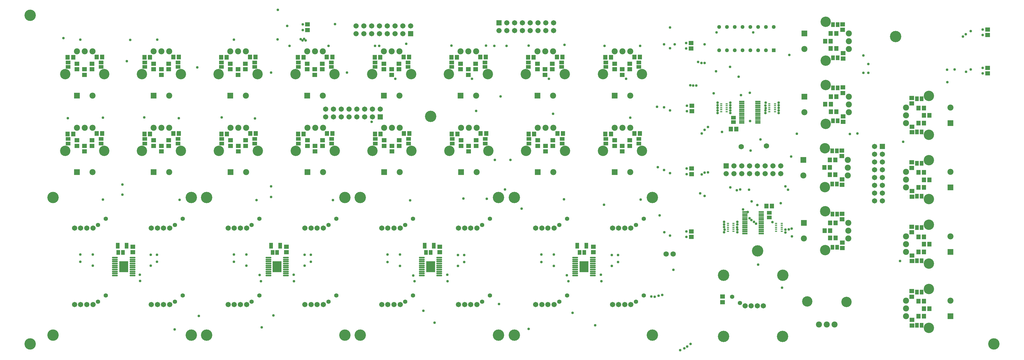
<source format=gbs>
G04 Layer_Color=16711935*
%FSLAX24Y24*%
%MOIN*%
G70*
G01*
G75*
%ADD20R,0.0510X0.0510*%
%ADD21C,0.0510*%
%ADD29R,0.0310X0.0130*%
%ADD42C,0.1330*%
%ADD43C,0.0780*%
%ADD44C,0.1458*%
%ADD45C,0.0680*%
%ADD46R,0.0671X0.0671*%
%ADD47C,0.0671*%
%ADD48R,0.0671X0.0671*%
%ADD49C,0.0552*%
%ADD50C,0.0671*%
%ADD51R,0.0780X0.0780*%
%ADD52R,0.0780X0.0780*%
%ADD53C,0.0332*%
%ADD54R,0.0631X0.0552*%
%ADD55R,0.0552X0.0631*%
%ADD56R,0.0710X0.0220*%
%ADD57R,0.0631X0.0513*%
%ADD58R,0.0454X0.0769*%
%ADD59R,0.0513X0.0631*%
%ADD60O,0.0749X0.0218*%
%ADD61R,0.1163X0.1430*%
D20*
X96567Y-5677D02*
D03*
D21*
X95567D02*
D03*
X94567D02*
D03*
X93567D02*
D03*
X92567D02*
D03*
X91567D02*
D03*
X90567D02*
D03*
X89567D02*
D03*
Y-2677D02*
D03*
X90567D02*
D03*
X91567D02*
D03*
X92567D02*
D03*
X93567D02*
D03*
X94567D02*
D03*
X95567D02*
D03*
X96567D02*
D03*
D29*
X96710Y-12578D02*
D03*
Y-12828D02*
D03*
Y-13078D02*
D03*
Y-13328D02*
D03*
Y-13578D02*
D03*
X95990D02*
D03*
Y-13328D02*
D03*
Y-13078D02*
D03*
Y-12828D02*
D03*
Y-12578D02*
D03*
X90529Y-12578D02*
D03*
Y-12828D02*
D03*
Y-13078D02*
D03*
Y-13328D02*
D03*
Y-13578D02*
D03*
X89809D02*
D03*
Y-13328D02*
D03*
Y-13078D02*
D03*
Y-12828D02*
D03*
Y-12578D02*
D03*
X96863Y-28948D02*
D03*
Y-28698D02*
D03*
Y-28448D02*
D03*
Y-28198D02*
D03*
Y-27948D02*
D03*
X97583D02*
D03*
Y-28198D02*
D03*
Y-28448D02*
D03*
Y-28698D02*
D03*
Y-28948D02*
D03*
X90682Y-28948D02*
D03*
Y-28698D02*
D03*
Y-28448D02*
D03*
Y-28198D02*
D03*
Y-27948D02*
D03*
X91402D02*
D03*
Y-28198D02*
D03*
Y-28448D02*
D03*
Y-28698D02*
D03*
Y-28948D02*
D03*
D42*
X105877Y-38045D02*
D03*
X100866Y-37992D02*
D03*
X10689Y-8767D02*
D03*
X5689D02*
D03*
X20531D02*
D03*
X15532D02*
D03*
X30374D02*
D03*
X25374D02*
D03*
X40217Y-8767D02*
D03*
X35217D02*
D03*
X50059Y-8767D02*
D03*
X45059D02*
D03*
X59902D02*
D03*
X54902D02*
D03*
X69744D02*
D03*
X64744D02*
D03*
X79656Y-8767D02*
D03*
X74656D02*
D03*
X10689Y-18609D02*
D03*
X5689D02*
D03*
X20541D02*
D03*
X15541D02*
D03*
X30394D02*
D03*
X25394D02*
D03*
X40246D02*
D03*
X35246D02*
D03*
X79656Y-18609D02*
D03*
X74656D02*
D03*
X69803Y-18609D02*
D03*
X64803D02*
D03*
X59951D02*
D03*
X54951D02*
D03*
X50098D02*
D03*
X45098D02*
D03*
X116463Y-36398D02*
D03*
Y-41398D02*
D03*
Y-28112D02*
D03*
Y-33112D02*
D03*
X116463Y-19825D02*
D03*
Y-24825D02*
D03*
Y-11539D02*
D03*
Y-16539D02*
D03*
X103162Y-31398D02*
D03*
Y-26398D02*
D03*
X103123Y-23274D02*
D03*
Y-18274D02*
D03*
X103241Y-15151D02*
D03*
Y-10151D02*
D03*
X103231Y-7028D02*
D03*
Y-2028D02*
D03*
D43*
X104366Y-40942D02*
D03*
X103366D02*
D03*
X102366D02*
D03*
X9189Y-5817D02*
D03*
X8189D02*
D03*
X7189D02*
D03*
X9189Y-11517D02*
D03*
X19031Y-5817D02*
D03*
X18032D02*
D03*
X17032D02*
D03*
X19031Y-11517D02*
D03*
X28874Y-5817D02*
D03*
X27874D02*
D03*
X26874D02*
D03*
X28874Y-11517D02*
D03*
X38717Y-5817D02*
D03*
X37717D02*
D03*
X36717D02*
D03*
X38717Y-11517D02*
D03*
X48559Y-5817D02*
D03*
X47559D02*
D03*
X46559D02*
D03*
X48559Y-11517D02*
D03*
X58402Y-5817D02*
D03*
X57402D02*
D03*
X56402D02*
D03*
X58402Y-11517D02*
D03*
X68244Y-5817D02*
D03*
X67244D02*
D03*
X66244D02*
D03*
X68244Y-11517D02*
D03*
X78156Y-5817D02*
D03*
X77156D02*
D03*
X76156D02*
D03*
X78156Y-11517D02*
D03*
X9189Y-15659D02*
D03*
X8189D02*
D03*
X7189D02*
D03*
X9189Y-21359D02*
D03*
X19041Y-15659D02*
D03*
X18041D02*
D03*
X17041D02*
D03*
X19041Y-21359D02*
D03*
X28894Y-15659D02*
D03*
X27894D02*
D03*
X26894D02*
D03*
X28894Y-21359D02*
D03*
X38746Y-15659D02*
D03*
X37746D02*
D03*
X36746D02*
D03*
X38746Y-21359D02*
D03*
X78156Y-15659D02*
D03*
X77156D02*
D03*
X76156D02*
D03*
X78156Y-21359D02*
D03*
X68303Y-15659D02*
D03*
X67303D02*
D03*
X66303D02*
D03*
X68303Y-21359D02*
D03*
X58451Y-15659D02*
D03*
X57451D02*
D03*
X56451D02*
D03*
X58451Y-21359D02*
D03*
X48598Y-15659D02*
D03*
X47598D02*
D03*
X46598D02*
D03*
X48598Y-21359D02*
D03*
X113513Y-37898D02*
D03*
Y-38898D02*
D03*
Y-39898D02*
D03*
X119213Y-37898D02*
D03*
X113513Y-29612D02*
D03*
Y-30612D02*
D03*
Y-31612D02*
D03*
X119213Y-29612D02*
D03*
X113513Y-21325D02*
D03*
Y-22325D02*
D03*
Y-23325D02*
D03*
X119213Y-21325D02*
D03*
X113513Y-13039D02*
D03*
Y-14039D02*
D03*
Y-15039D02*
D03*
X119213Y-13039D02*
D03*
X106112Y-29898D02*
D03*
Y-28898D02*
D03*
Y-27898D02*
D03*
X100412Y-29898D02*
D03*
X106073Y-21774D02*
D03*
Y-20774D02*
D03*
Y-19774D02*
D03*
X100373Y-21774D02*
D03*
X106191Y-13651D02*
D03*
Y-12651D02*
D03*
Y-11651D02*
D03*
X100491Y-13651D02*
D03*
X106181Y-5528D02*
D03*
Y-4528D02*
D03*
Y-3528D02*
D03*
X100481Y-5528D02*
D03*
D44*
X94488Y-31496D02*
D03*
X52559Y-14173D02*
D03*
X90123Y-34625D02*
D03*
X97686Y-42475D02*
D03*
X97736Y-34625D02*
D03*
X90123Y-42475D02*
D03*
X43528Y-42334D02*
D03*
Y-24618D02*
D03*
X61244D02*
D03*
Y-42334D02*
D03*
X41544D02*
D03*
Y-24618D02*
D03*
X23828D02*
D03*
Y-42334D02*
D03*
X80994D02*
D03*
Y-24618D02*
D03*
X63277D02*
D03*
Y-42334D02*
D03*
X1181Y-43465D02*
D03*
X4128Y-42334D02*
D03*
Y-24618D02*
D03*
X21844D02*
D03*
Y-42334D02*
D03*
X1181Y-1181D02*
D03*
X112205Y-3937D02*
D03*
X124803Y-43465D02*
D03*
D45*
X83662Y-31890D02*
D03*
X82756D02*
D03*
X95630Y-17992D02*
D03*
X92402Y-18071D02*
D03*
D46*
X61339Y-2165D02*
D03*
X90453Y-20541D02*
D03*
X46102Y-14252D02*
D03*
X50000Y-3543D02*
D03*
D47*
X61339Y-3165D02*
D03*
X62339Y-2165D02*
D03*
Y-3165D02*
D03*
X63339Y-2165D02*
D03*
Y-3165D02*
D03*
X64339Y-2165D02*
D03*
Y-3165D02*
D03*
X65339Y-2165D02*
D03*
Y-3165D02*
D03*
X66339Y-2165D02*
D03*
Y-3165D02*
D03*
X67339Y-2165D02*
D03*
Y-3165D02*
D03*
X68339Y-2165D02*
D03*
Y-3165D02*
D03*
X90453Y-21541D02*
D03*
X91453Y-20541D02*
D03*
Y-21541D02*
D03*
X92453Y-20541D02*
D03*
Y-21541D02*
D03*
X93453Y-20541D02*
D03*
Y-21541D02*
D03*
X94453Y-20541D02*
D03*
Y-21541D02*
D03*
X95453Y-20541D02*
D03*
Y-21541D02*
D03*
X96453Y-20541D02*
D03*
Y-21541D02*
D03*
X97453Y-20541D02*
D03*
Y-21541D02*
D03*
X46102Y-13252D02*
D03*
X45102Y-14252D02*
D03*
Y-13252D02*
D03*
X44102Y-14252D02*
D03*
Y-13252D02*
D03*
X43102Y-14252D02*
D03*
Y-13252D02*
D03*
X42102Y-14252D02*
D03*
Y-13252D02*
D03*
X41102Y-14252D02*
D03*
Y-13252D02*
D03*
X40102Y-14252D02*
D03*
Y-13252D02*
D03*
X39102Y-14252D02*
D03*
Y-13252D02*
D03*
X109502Y-18051D02*
D03*
X110502Y-19051D02*
D03*
X109502D02*
D03*
X110502Y-20051D02*
D03*
X109502D02*
D03*
X110502Y-21051D02*
D03*
X109502D02*
D03*
X110502Y-22051D02*
D03*
X109502D02*
D03*
X110502Y-23051D02*
D03*
X109502D02*
D03*
X110502Y-24051D02*
D03*
X109502D02*
D03*
X110502Y-25051D02*
D03*
X109502D02*
D03*
X50000Y-2543D02*
D03*
X49000Y-3543D02*
D03*
Y-2543D02*
D03*
X48000Y-3543D02*
D03*
Y-2543D02*
D03*
X47000Y-3543D02*
D03*
Y-2543D02*
D03*
X46000Y-3543D02*
D03*
Y-2543D02*
D03*
X45000Y-3543D02*
D03*
Y-2543D02*
D03*
X44000Y-3543D02*
D03*
Y-2543D02*
D03*
X43000Y-3543D02*
D03*
Y-2543D02*
D03*
D48*
X110502Y-18051D02*
D03*
D49*
X91221Y-37376D02*
D03*
X92221Y-38176D02*
D03*
X50304Y-37211D02*
D03*
X49304Y-38011D02*
D03*
X60147Y-37211D02*
D03*
X59147Y-38011D02*
D03*
X50304Y-27369D02*
D03*
X49304Y-28169D02*
D03*
X60147Y-27369D02*
D03*
X59147Y-28169D02*
D03*
X39447D02*
D03*
X40447Y-27369D02*
D03*
X29604Y-28169D02*
D03*
X30604Y-27369D02*
D03*
X39447Y-38011D02*
D03*
X40447Y-37211D02*
D03*
X29604Y-38011D02*
D03*
X30604Y-37211D02*
D03*
X78896Y-28169D02*
D03*
X79896Y-27369D02*
D03*
X69054Y-28169D02*
D03*
X70054Y-27369D02*
D03*
X78896Y-38011D02*
D03*
X79896Y-37211D02*
D03*
X69054Y-38011D02*
D03*
X70054Y-37211D02*
D03*
X10904D02*
D03*
X9904Y-38011D02*
D03*
X20747Y-37211D02*
D03*
X19747Y-38011D02*
D03*
X10904Y-27369D02*
D03*
X9904Y-28169D02*
D03*
X20747Y-27369D02*
D03*
X19747Y-28169D02*
D03*
D50*
X92879Y-38562D02*
D03*
X95241D02*
D03*
X94454D02*
D03*
X93667D02*
D03*
X48646Y-38397D02*
D03*
X46284D02*
D03*
X47071D02*
D03*
X47859D02*
D03*
X58489D02*
D03*
X56126D02*
D03*
X56914D02*
D03*
X57701D02*
D03*
X48646Y-28555D02*
D03*
X46284D02*
D03*
X47071D02*
D03*
X47859D02*
D03*
X58489D02*
D03*
X56126D02*
D03*
X56914D02*
D03*
X57701D02*
D03*
X38001D02*
D03*
X37214D02*
D03*
X36426D02*
D03*
X38789D02*
D03*
X28159D02*
D03*
X27371D02*
D03*
X26584D02*
D03*
X28946D02*
D03*
X38001Y-38397D02*
D03*
X37214D02*
D03*
X36426D02*
D03*
X38789D02*
D03*
X28159D02*
D03*
X27371D02*
D03*
X26584D02*
D03*
X28946D02*
D03*
X77450Y-28555D02*
D03*
X76663D02*
D03*
X75876D02*
D03*
X78238D02*
D03*
X67608D02*
D03*
X66820D02*
D03*
X66033D02*
D03*
X68395D02*
D03*
X77450Y-38397D02*
D03*
X76663D02*
D03*
X75876D02*
D03*
X78238D02*
D03*
X67608D02*
D03*
X66820D02*
D03*
X66033D02*
D03*
X68395D02*
D03*
X9246D02*
D03*
X6884D02*
D03*
X7671D02*
D03*
X8459D02*
D03*
X19089D02*
D03*
X16726D02*
D03*
X17514D02*
D03*
X18301D02*
D03*
X9246Y-28555D02*
D03*
X6884D02*
D03*
X7671D02*
D03*
X8459D02*
D03*
X19089D02*
D03*
X16726D02*
D03*
X17514D02*
D03*
X18301D02*
D03*
D51*
X7189Y-11517D02*
D03*
X17032D02*
D03*
X26874D02*
D03*
X36717Y-11517D02*
D03*
X46559Y-11517D02*
D03*
X56402D02*
D03*
X66244D02*
D03*
X76156Y-11517D02*
D03*
X7189Y-21359D02*
D03*
X17041D02*
D03*
X26894D02*
D03*
X36746D02*
D03*
X76156Y-21359D02*
D03*
X66303Y-21359D02*
D03*
X56451D02*
D03*
X46598D02*
D03*
D52*
X119213Y-39898D02*
D03*
Y-31612D02*
D03*
X119213Y-23325D02*
D03*
Y-15039D02*
D03*
X100412Y-27898D02*
D03*
X100373Y-19774D02*
D03*
X100491Y-11651D02*
D03*
X100481Y-3528D02*
D03*
D53*
X95497Y-12776D02*
D03*
X95516Y-12432D02*
D03*
X95535Y-13111D02*
D03*
X95502Y-13435D02*
D03*
Y-13770D02*
D03*
X97200Y-12422D02*
D03*
X90978Y-12426D02*
D03*
X88865Y-11214D02*
D03*
X90945Y-7835D02*
D03*
X86850Y-7185D02*
D03*
X90256Y-28739D02*
D03*
X90197Y-29094D02*
D03*
X91875Y-29075D02*
D03*
X91858Y-28446D02*
D03*
X91890Y-28760D02*
D03*
X85394Y-20902D02*
D03*
X92638Y-26142D02*
D03*
X94449Y-25591D02*
D03*
X93740Y-25118D02*
D03*
X93386Y-23622D02*
D03*
X94843Y-17165D02*
D03*
X93583Y-18583D02*
D03*
X5472Y-4134D02*
D03*
X83678Y-33937D02*
D03*
X118819Y-9803D02*
D03*
X62087Y-23583D02*
D03*
X74803Y-25551D02*
D03*
X30886Y-41319D02*
D03*
X32402Y-39803D02*
D03*
X22835Y-39843D02*
D03*
X19724Y-41575D02*
D03*
X112759Y-32793D02*
D03*
X113150Y-17441D02*
D03*
X107283Y-16378D02*
D03*
X106339Y-16457D02*
D03*
X108701Y-8583D02*
D03*
Y-7441D02*
D03*
X108071Y-8583D02*
D03*
Y-6339D02*
D03*
X97195Y-13435D02*
D03*
Y-13100D02*
D03*
X121220Y-8465D02*
D03*
X87283Y-7323D02*
D03*
X87677D02*
D03*
X86614Y-10236D02*
D03*
X86220D02*
D03*
X85866Y-10197D02*
D03*
X87323Y-16378D02*
D03*
X87677Y-15906D02*
D03*
X88110Y-15551D02*
D03*
X87677Y-21417D02*
D03*
X88110Y-21378D02*
D03*
X87323Y-21654D02*
D03*
X64213Y-26063D02*
D03*
X56772Y-24764D02*
D03*
X14016Y-4370D02*
D03*
X13032Y-22953D02*
D03*
Y-24252D02*
D03*
X32913Y-4291D02*
D03*
X32096Y-23179D02*
D03*
Y-24557D02*
D03*
X99528Y-16417D02*
D03*
X97195Y-12766D02*
D03*
X98543Y-6299D02*
D03*
X97638Y-36220D02*
D03*
X94567Y-33268D02*
D03*
X98071Y-23189D02*
D03*
X98386Y-23622D02*
D03*
X98780Y-19370D02*
D03*
X81929Y-26929D02*
D03*
X90984Y-23307D02*
D03*
X119764Y-8150D02*
D03*
X121811Y-8150D02*
D03*
Y-3219D02*
D03*
X120827Y-3937D02*
D03*
X118780Y-8189D02*
D03*
X121191Y-3613D02*
D03*
X62795Y-19803D02*
D03*
X60787D02*
D03*
X81575Y-12953D02*
D03*
X81693Y-20709D02*
D03*
X83268Y-13425D02*
D03*
Y-21496D02*
D03*
X83268Y-29528D02*
D03*
X82520Y-29094D02*
D03*
X92362Y-11457D02*
D03*
X89173Y-8386D02*
D03*
X93937Y-3386D02*
D03*
X89213D02*
D03*
X89342Y-12428D02*
D03*
Y-12763D02*
D03*
Y-13767D02*
D03*
Y-13432D02*
D03*
X92047Y-9094D02*
D03*
X93504Y-11142D02*
D03*
X82483Y-21099D02*
D03*
X82487Y-13025D02*
D03*
X87677Y-4921D02*
D03*
X85354Y-29685D02*
D03*
Y-28976D02*
D03*
X85394Y-21611D02*
D03*
X85423Y-13537D02*
D03*
Y-12828D02*
D03*
X93465Y-27283D02*
D03*
X82244Y-37165D02*
D03*
X90197Y-28425D02*
D03*
Y-28091D02*
D03*
Y-27756D02*
D03*
X81801Y-37244D02*
D03*
X80866Y-37362D02*
D03*
X87677Y-24409D02*
D03*
X87126Y-24094D02*
D03*
X91890Y-28091D02*
D03*
Y-27756D02*
D03*
X85906Y-43465D02*
D03*
X85472Y-43780D02*
D03*
X85079Y-44016D02*
D03*
X84567Y-44252D02*
D03*
X53071Y-40709D02*
D03*
X65118Y-41535D02*
D03*
X51614Y-39173D02*
D03*
X81299Y-37402D02*
D03*
X73661Y-41063D02*
D03*
X70748Y-39449D02*
D03*
X96396Y-27779D02*
D03*
X94291Y-27992D02*
D03*
X94016Y-27756D02*
D03*
X93701Y-27520D02*
D03*
X93239Y-26499D02*
D03*
X79488Y-24882D02*
D03*
X69646Y-24843D02*
D03*
X59764Y-24803D02*
D03*
X49921Y-25000D02*
D03*
X40039Y-24961D02*
D03*
X30236D02*
D03*
X20354Y-24921D02*
D03*
X10512Y-24882D02*
D03*
X72010Y-33074D02*
D03*
X72443Y-33507D02*
D03*
X72010Y-33940D02*
D03*
Y-33507D02*
D03*
X72443Y-33074D02*
D03*
Y-33940D02*
D03*
X33087Y-33074D02*
D03*
X32654D02*
D03*
X33087Y-33940D02*
D03*
X32654D02*
D03*
Y-33507D02*
D03*
X33087D02*
D03*
X13409Y-33074D02*
D03*
Y-33507D02*
D03*
Y-33940D02*
D03*
X12976D02*
D03*
Y-33507D02*
D03*
Y-33074D02*
D03*
X52765Y-33940D02*
D03*
X52332D02*
D03*
X52765Y-33074D02*
D03*
X52332Y-33507D02*
D03*
Y-33074D02*
D03*
X52765Y-33507D02*
D03*
X123346Y-3022D02*
D03*
X123346Y-7944D02*
D03*
X85315Y-4754D02*
D03*
X75804Y-33411D02*
D03*
Y-32011D02*
D03*
X56074D02*
D03*
Y-33411D02*
D03*
X36384Y-33401D02*
D03*
Y-32001D02*
D03*
X16674D02*
D03*
Y-33401D02*
D03*
X76604Y-32011D02*
D03*
Y-32911D02*
D03*
X66754Y-31961D02*
D03*
Y-32911D02*
D03*
X56874Y-32011D02*
D03*
Y-32911D02*
D03*
X47024Y-31961D02*
D03*
Y-32911D02*
D03*
X37184Y-32001D02*
D03*
Y-32901D02*
D03*
X27334Y-31951D02*
D03*
Y-32901D02*
D03*
X17474Y-32001D02*
D03*
Y-32901D02*
D03*
X7624Y-31951D02*
D03*
Y-32901D02*
D03*
X74404Y-34564D02*
D03*
X68354Y-31961D02*
D03*
Y-33411D02*
D03*
X48624Y-31961D02*
D03*
Y-33411D02*
D03*
X28934Y-31951D02*
D03*
Y-33401D02*
D03*
X9224Y-31951D02*
D03*
Y-33401D02*
D03*
X70214Y-35371D02*
D03*
X54724D02*
D03*
X35034D02*
D03*
X30804D02*
D03*
X15284Y-35351D02*
D03*
X36142Y-3071D02*
D03*
X85315Y-5463D02*
D03*
X123346Y-3731D02*
D03*
X123346Y-8652D02*
D03*
X70034Y-34611D02*
D03*
X54684Y-34564D02*
D03*
X50314Y-34651D02*
D03*
X34994Y-34564D02*
D03*
X30634Y-34601D02*
D03*
X15244Y-34544D02*
D03*
X74444Y-35371D02*
D03*
X61314Y-38321D02*
D03*
X36142Y-2363D02*
D03*
X79409Y-5118D02*
D03*
X74843D02*
D03*
X69724Y-5000D02*
D03*
X65118Y-5079D02*
D03*
X59646D02*
D03*
X55236Y-5079D02*
D03*
X45433Y-5118D02*
D03*
X49409Y-4843D02*
D03*
X35896Y-4252D02*
D03*
X40295Y-2323D02*
D03*
X6024Y-14409D02*
D03*
X10512Y-14370D02*
D03*
X15827Y-14331D02*
D03*
X20256Y-14429D02*
D03*
X25748Y-14331D02*
D03*
X30039Y-14449D02*
D03*
X27323Y-4331D02*
D03*
X48032Y-9370D02*
D03*
X57874D02*
D03*
X67717D02*
D03*
X77628Y-9370D02*
D03*
X45000Y-14882D02*
D03*
X17480Y-4331D02*
D03*
X7638D02*
D03*
X61516Y-11614D02*
D03*
X89342Y-13097D02*
D03*
X93514Y-14774D02*
D03*
X97195Y-13770D02*
D03*
X90996Y-13747D02*
D03*
X89941Y-16171D02*
D03*
X13583Y-7087D02*
D03*
X90996Y-13412D02*
D03*
X22638Y-7874D02*
D03*
X90996Y-13078D02*
D03*
X32087Y-8563D02*
D03*
X90996Y-12743D02*
D03*
X41831Y-8563D02*
D03*
X58402Y-13484D02*
D03*
X68244Y-13843D02*
D03*
X78150Y-14370D02*
D03*
X36122Y-4429D02*
D03*
X36319Y-4232D02*
D03*
X36516Y-4429D02*
D03*
X83268Y-2756D02*
D03*
Y-5413D02*
D03*
X32972Y-492D02*
D03*
X34154Y-2559D02*
D03*
X34449Y-5118D02*
D03*
X39469D02*
D03*
X45965D02*
D03*
X60728D02*
D03*
X62303D02*
D03*
X82480Y-4921D02*
D03*
X83858D02*
D03*
X97451Y-25354D02*
D03*
X91811Y-23701D02*
D03*
X92244Y-23583D02*
D03*
X50494Y-35371D02*
D03*
X98888Y-29606D02*
D03*
X98051Y-28742D02*
D03*
X98863Y-28604D02*
D03*
X98504Y-28730D02*
D03*
X98051Y-29114D02*
D03*
D54*
X34055Y-30945D02*
D03*
Y-31654D02*
D03*
X36772Y-3071D02*
D03*
Y-2363D02*
D03*
X14370Y-30945D02*
D03*
Y-31654D02*
D03*
X53740Y-30945D02*
D03*
Y-31654D02*
D03*
X73425Y-30945D02*
D03*
Y-31654D02*
D03*
X90000Y-38071D02*
D03*
Y-37362D02*
D03*
X7189Y-7422D02*
D03*
Y-8131D02*
D03*
X8173Y-8840D02*
D03*
Y-8131D02*
D03*
X9118Y-7422D02*
D03*
Y-8131D02*
D03*
X17032Y-7422D02*
D03*
Y-8131D02*
D03*
X18961Y-7422D02*
D03*
Y-8131D02*
D03*
X18016Y-8840D02*
D03*
Y-8131D02*
D03*
X26874Y-7422D02*
D03*
Y-8131D02*
D03*
X28803Y-7422D02*
D03*
Y-8131D02*
D03*
X27858Y-8840D02*
D03*
Y-8131D02*
D03*
X36717Y-7422D02*
D03*
Y-8131D02*
D03*
X38646Y-7422D02*
D03*
Y-8131D02*
D03*
X37701Y-8840D02*
D03*
Y-8131D02*
D03*
X46559Y-7422D02*
D03*
Y-8131D02*
D03*
X48488Y-7422D02*
D03*
Y-8131D02*
D03*
X47543Y-8840D02*
D03*
Y-8131D02*
D03*
X56402Y-7422D02*
D03*
Y-8131D02*
D03*
X58331Y-7422D02*
D03*
Y-8131D02*
D03*
X57386Y-8840D02*
D03*
Y-8131D02*
D03*
X66244Y-7422D02*
D03*
Y-8131D02*
D03*
X68173Y-7422D02*
D03*
Y-8131D02*
D03*
X67228Y-8840D02*
D03*
Y-8131D02*
D03*
X76156Y-7422D02*
D03*
Y-8131D02*
D03*
X78085Y-7422D02*
D03*
Y-8131D02*
D03*
X77140Y-8840D02*
D03*
Y-8131D02*
D03*
X7189Y-17265D02*
D03*
Y-17974D02*
D03*
X9118Y-17265D02*
D03*
Y-17974D02*
D03*
X8173Y-18682D02*
D03*
Y-17974D02*
D03*
X17041Y-17265D02*
D03*
Y-17974D02*
D03*
X18970Y-17265D02*
D03*
Y-17974D02*
D03*
X18026Y-18682D02*
D03*
Y-17974D02*
D03*
X26894Y-17265D02*
D03*
Y-17974D02*
D03*
X28823Y-17265D02*
D03*
Y-17974D02*
D03*
X27878Y-18682D02*
D03*
Y-17974D02*
D03*
X36746Y-17265D02*
D03*
Y-17974D02*
D03*
X38675Y-17265D02*
D03*
Y-17974D02*
D03*
X37730Y-18682D02*
D03*
Y-17974D02*
D03*
X76156Y-17265D02*
D03*
Y-17974D02*
D03*
X78085Y-17265D02*
D03*
Y-17974D02*
D03*
X77140Y-18682D02*
D03*
Y-17974D02*
D03*
X66303Y-17265D02*
D03*
Y-17974D02*
D03*
X68232Y-17265D02*
D03*
Y-17974D02*
D03*
X67287Y-18682D02*
D03*
Y-17974D02*
D03*
X56451Y-17265D02*
D03*
Y-17974D02*
D03*
X58380Y-17265D02*
D03*
Y-17974D02*
D03*
X57435Y-18682D02*
D03*
Y-17974D02*
D03*
X46598Y-17265D02*
D03*
Y-17974D02*
D03*
X48528Y-17265D02*
D03*
Y-17974D02*
D03*
X47583Y-18682D02*
D03*
Y-17974D02*
D03*
X114291Y-41079D02*
D03*
Y-40370D02*
D03*
X114252Y-36669D02*
D03*
Y-37378D02*
D03*
X114291Y-32793D02*
D03*
Y-32084D02*
D03*
X114252Y-28383D02*
D03*
Y-29092D02*
D03*
X114291Y-24507D02*
D03*
Y-23798D02*
D03*
X114252Y-20097D02*
D03*
Y-20806D02*
D03*
X114291Y-16220D02*
D03*
Y-15512D02*
D03*
X114252Y-11811D02*
D03*
Y-12520D02*
D03*
X105333Y-26717D02*
D03*
Y-27425D02*
D03*
X105373Y-31126D02*
D03*
Y-30417D02*
D03*
X105294Y-18593D02*
D03*
Y-19302D02*
D03*
X105333Y-23003D02*
D03*
Y-22294D02*
D03*
X105412Y-10470D02*
D03*
Y-11178D02*
D03*
X105452Y-14879D02*
D03*
Y-14171D02*
D03*
X105402Y-2346D02*
D03*
Y-3055D02*
D03*
X105442Y-6756D02*
D03*
Y-6047D02*
D03*
X85945Y-5463D02*
D03*
Y-4754D02*
D03*
X86053Y-13537D02*
D03*
Y-12828D02*
D03*
X86024Y-21611D02*
D03*
Y-20902D02*
D03*
X85984Y-29685D02*
D03*
Y-28976D02*
D03*
X123976Y-3731D02*
D03*
Y-3022D02*
D03*
X123976Y-8652D02*
D03*
Y-7944D02*
D03*
D55*
X91053Y-15817D02*
D03*
X91762D02*
D03*
X96339Y-25709D02*
D03*
X95630D02*
D03*
X6008Y-6596D02*
D03*
X6717D02*
D03*
X10417Y-6556D02*
D03*
X9709D02*
D03*
X15850Y-6596D02*
D03*
X16559D02*
D03*
X20260Y-6556D02*
D03*
X19551D02*
D03*
X25693Y-6596D02*
D03*
X26402D02*
D03*
X30102Y-6556D02*
D03*
X29394D02*
D03*
X35535Y-6596D02*
D03*
X36244D02*
D03*
X39945Y-6556D02*
D03*
X39236D02*
D03*
X45378Y-6596D02*
D03*
X46087D02*
D03*
X49787Y-6556D02*
D03*
X49079D02*
D03*
X55220Y-6596D02*
D03*
X55929D02*
D03*
X59630Y-6556D02*
D03*
X58921D02*
D03*
X65063Y-6596D02*
D03*
X65772D02*
D03*
X69472Y-6556D02*
D03*
X68764D02*
D03*
X74974Y-6596D02*
D03*
X75683D02*
D03*
X79384Y-6556D02*
D03*
X78675D02*
D03*
X6008Y-16438D02*
D03*
X6717D02*
D03*
X10417Y-16399D02*
D03*
X9709D02*
D03*
X15860Y-16438D02*
D03*
X16569D02*
D03*
X20270Y-16399D02*
D03*
X19561D02*
D03*
X25713Y-16438D02*
D03*
X26421D02*
D03*
X30122Y-16399D02*
D03*
X29413D02*
D03*
X35565Y-16438D02*
D03*
X36274D02*
D03*
X39974Y-16399D02*
D03*
X39266D02*
D03*
X74974Y-16438D02*
D03*
X75683D02*
D03*
X79384Y-16399D02*
D03*
X78675D02*
D03*
X65122Y-16438D02*
D03*
X65831D02*
D03*
X69532Y-16399D02*
D03*
X68823D02*
D03*
X55270Y-16438D02*
D03*
X55978D02*
D03*
X59679Y-16399D02*
D03*
X58970D02*
D03*
X45417Y-16438D02*
D03*
X46126D02*
D03*
X49827Y-16399D02*
D03*
X49118D02*
D03*
X115118Y-39898D02*
D03*
X115827D02*
D03*
X115118Y-37968D02*
D03*
X115827D02*
D03*
X116535Y-38913D02*
D03*
X115827D02*
D03*
X115118Y-31612D02*
D03*
X115827D02*
D03*
X115118Y-29682D02*
D03*
X115827D02*
D03*
X116535Y-30627D02*
D03*
X115827D02*
D03*
X115118Y-23325D02*
D03*
X115827D02*
D03*
X115118Y-21396D02*
D03*
X115827D02*
D03*
X116535Y-22341D02*
D03*
X115827D02*
D03*
X115118Y-15039D02*
D03*
X115827D02*
D03*
X115118Y-13110D02*
D03*
X115827D02*
D03*
X116535Y-14055D02*
D03*
X115827D02*
D03*
X104507Y-27898D02*
D03*
X103798D02*
D03*
X104507Y-29827D02*
D03*
X103798D02*
D03*
X103089Y-28882D02*
D03*
X103798D02*
D03*
X104467Y-19774D02*
D03*
X103759D02*
D03*
X104467Y-21703D02*
D03*
X103759D02*
D03*
X103050Y-20759D02*
D03*
X103759D02*
D03*
X104585Y-11651D02*
D03*
X103877D02*
D03*
X104585Y-13580D02*
D03*
X103877D02*
D03*
X103168Y-12635D02*
D03*
X103877D02*
D03*
X104576Y-3528D02*
D03*
X103867D02*
D03*
X104576Y-5457D02*
D03*
X103867D02*
D03*
X103158Y-4512D02*
D03*
X103867D02*
D03*
D56*
X92449Y-15027D02*
D03*
Y-14777D02*
D03*
Y-14527D02*
D03*
Y-14277D02*
D03*
Y-14027D02*
D03*
Y-13777D02*
D03*
Y-13527D02*
D03*
Y-13277D02*
D03*
Y-13027D02*
D03*
Y-12777D02*
D03*
Y-12527D02*
D03*
Y-12277D02*
D03*
X94539D02*
D03*
Y-12527D02*
D03*
Y-12777D02*
D03*
Y-13027D02*
D03*
Y-13277D02*
D03*
Y-13527D02*
D03*
Y-13777D02*
D03*
Y-14027D02*
D03*
Y-14277D02*
D03*
Y-14527D02*
D03*
Y-14777D02*
D03*
Y-15027D02*
D03*
X94943Y-26499D02*
D03*
Y-26749D02*
D03*
Y-26999D02*
D03*
Y-27249D02*
D03*
Y-27499D02*
D03*
Y-27749D02*
D03*
Y-27999D02*
D03*
Y-28249D02*
D03*
Y-28499D02*
D03*
Y-28749D02*
D03*
Y-28999D02*
D03*
Y-29249D02*
D03*
X92853D02*
D03*
Y-28999D02*
D03*
Y-28749D02*
D03*
Y-28499D02*
D03*
Y-28249D02*
D03*
Y-27999D02*
D03*
Y-27749D02*
D03*
Y-27499D02*
D03*
Y-27249D02*
D03*
Y-26999D02*
D03*
Y-26749D02*
D03*
Y-26499D02*
D03*
D57*
X91389Y-14338D02*
D03*
Y-14928D02*
D03*
X96002Y-27188D02*
D03*
Y-26597D02*
D03*
X10299Y-7836D02*
D03*
Y-7245D02*
D03*
X6047Y-7836D02*
D03*
Y-7245D02*
D03*
X15890Y-7836D02*
D03*
Y-7245D02*
D03*
X20142Y-7836D02*
D03*
Y-7245D02*
D03*
X25732Y-7836D02*
D03*
Y-7245D02*
D03*
X29984Y-7836D02*
D03*
Y-7245D02*
D03*
X35575Y-7836D02*
D03*
Y-7245D02*
D03*
X39827Y-7836D02*
D03*
Y-7245D02*
D03*
X45417Y-7836D02*
D03*
Y-7245D02*
D03*
X49669Y-7836D02*
D03*
Y-7245D02*
D03*
X55260Y-7836D02*
D03*
Y-7245D02*
D03*
X59512Y-7836D02*
D03*
Y-7245D02*
D03*
X65102Y-7836D02*
D03*
Y-7245D02*
D03*
X69354Y-7836D02*
D03*
Y-7245D02*
D03*
X75014Y-7836D02*
D03*
Y-7245D02*
D03*
X79266Y-7836D02*
D03*
Y-7245D02*
D03*
X6047Y-17678D02*
D03*
Y-17088D02*
D03*
X10299Y-17678D02*
D03*
Y-17088D02*
D03*
X15900Y-17678D02*
D03*
Y-17088D02*
D03*
X20152Y-17678D02*
D03*
Y-17088D02*
D03*
X25752Y-17678D02*
D03*
Y-17088D02*
D03*
X30004Y-17678D02*
D03*
Y-17088D02*
D03*
X35604Y-17678D02*
D03*
Y-17088D02*
D03*
X39856Y-17678D02*
D03*
Y-17088D02*
D03*
X75014Y-17678D02*
D03*
Y-17088D02*
D03*
X79266Y-17678D02*
D03*
Y-17088D02*
D03*
X65161Y-17678D02*
D03*
Y-17088D02*
D03*
X69413Y-17678D02*
D03*
Y-17088D02*
D03*
X55309Y-17678D02*
D03*
Y-17088D02*
D03*
X59561Y-17678D02*
D03*
Y-17088D02*
D03*
X45457Y-17678D02*
D03*
Y-17088D02*
D03*
X49709Y-17678D02*
D03*
Y-17088D02*
D03*
D58*
X71368Y-30807D02*
D03*
X72530D02*
D03*
X51782D02*
D03*
X52943D02*
D03*
X32096D02*
D03*
X33258D02*
D03*
X12411D02*
D03*
X13573D02*
D03*
D59*
X71654Y-31693D02*
D03*
X72244D02*
D03*
X51968D02*
D03*
X52559D02*
D03*
X32283D02*
D03*
X32874D02*
D03*
X12500Y-31693D02*
D03*
X13091D02*
D03*
X115532Y-41039D02*
D03*
X114941D02*
D03*
X115532Y-36787D02*
D03*
X114941D02*
D03*
X115532Y-32753D02*
D03*
X114941D02*
D03*
X115532Y-28501D02*
D03*
X114941D02*
D03*
X115532Y-24467D02*
D03*
X114941D02*
D03*
X115532Y-20215D02*
D03*
X114941D02*
D03*
X115532Y-16181D02*
D03*
X114941D02*
D03*
X115532Y-11929D02*
D03*
X114941D02*
D03*
X104093Y-26756D02*
D03*
X104684D02*
D03*
X104093Y-31008D02*
D03*
X104684D02*
D03*
X104054Y-18633D02*
D03*
X104644D02*
D03*
X104054Y-22885D02*
D03*
X104644D02*
D03*
X104172Y-10509D02*
D03*
X104763D02*
D03*
X104172Y-14761D02*
D03*
X104763D02*
D03*
X104162Y-2386D02*
D03*
X104753D02*
D03*
X104162Y-6638D02*
D03*
X104753D02*
D03*
D60*
X73348Y-32355D02*
D03*
Y-32611D02*
D03*
Y-32867D02*
D03*
Y-33123D02*
D03*
Y-33379D02*
D03*
Y-33635D02*
D03*
Y-33891D02*
D03*
Y-34146D02*
D03*
Y-34402D02*
D03*
Y-34658D02*
D03*
X71104Y-32355D02*
D03*
Y-32611D02*
D03*
Y-32867D02*
D03*
Y-33123D02*
D03*
Y-33379D02*
D03*
Y-33635D02*
D03*
Y-33891D02*
D03*
Y-34146D02*
D03*
Y-34402D02*
D03*
Y-34658D02*
D03*
X33992Y-32355D02*
D03*
Y-32611D02*
D03*
Y-32867D02*
D03*
Y-33123D02*
D03*
Y-33379D02*
D03*
Y-33635D02*
D03*
Y-33891D02*
D03*
Y-34146D02*
D03*
Y-34402D02*
D03*
Y-34658D02*
D03*
X31748Y-32355D02*
D03*
Y-32611D02*
D03*
Y-32867D02*
D03*
Y-33123D02*
D03*
Y-33379D02*
D03*
Y-33635D02*
D03*
Y-33891D02*
D03*
Y-34146D02*
D03*
Y-34402D02*
D03*
Y-34658D02*
D03*
X14314Y-32355D02*
D03*
Y-32611D02*
D03*
Y-32867D02*
D03*
Y-33123D02*
D03*
Y-33379D02*
D03*
Y-33635D02*
D03*
Y-33891D02*
D03*
Y-34146D02*
D03*
Y-34402D02*
D03*
Y-34658D02*
D03*
X12070Y-32355D02*
D03*
Y-32611D02*
D03*
Y-32867D02*
D03*
Y-33123D02*
D03*
Y-33379D02*
D03*
Y-33635D02*
D03*
Y-33891D02*
D03*
Y-34146D02*
D03*
Y-34402D02*
D03*
Y-34658D02*
D03*
X53670Y-32355D02*
D03*
Y-32611D02*
D03*
Y-32867D02*
D03*
Y-33123D02*
D03*
Y-33379D02*
D03*
Y-33635D02*
D03*
Y-33891D02*
D03*
Y-34146D02*
D03*
Y-34402D02*
D03*
Y-34658D02*
D03*
X51426Y-32355D02*
D03*
Y-32611D02*
D03*
Y-32867D02*
D03*
Y-33123D02*
D03*
Y-33379D02*
D03*
Y-33635D02*
D03*
Y-33891D02*
D03*
Y-34146D02*
D03*
Y-34402D02*
D03*
Y-34658D02*
D03*
D61*
X72226Y-33507D02*
D03*
X32870D02*
D03*
X13192D02*
D03*
X52548D02*
D03*
M02*

</source>
